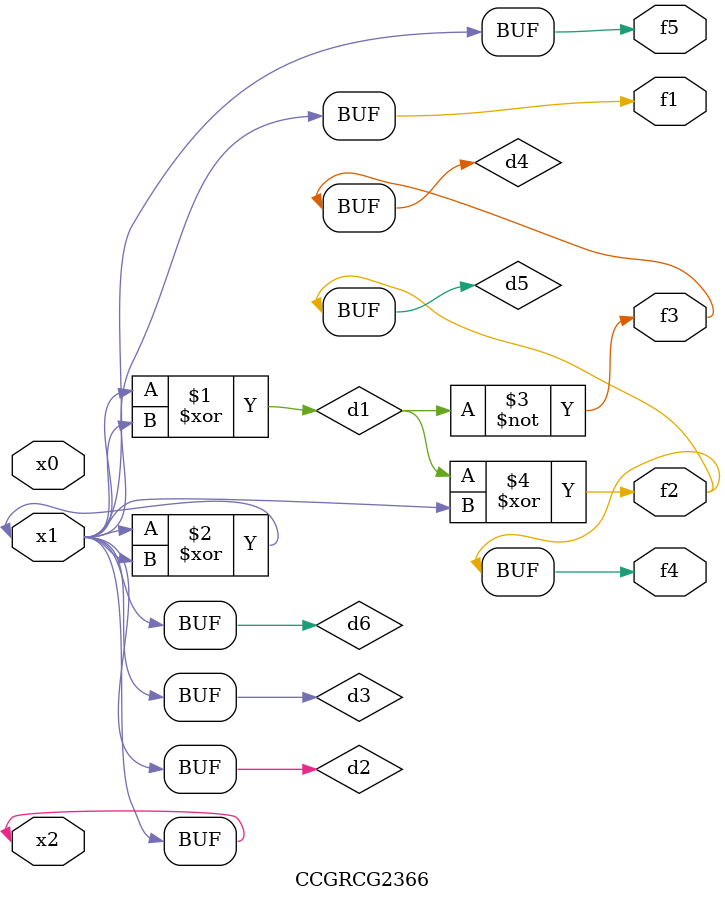
<source format=v>
module CCGRCG2366(
	input x0, x1, x2,
	output f1, f2, f3, f4, f5
);

	wire d1, d2, d3, d4, d5, d6;

	xor (d1, x1, x2);
	buf (d2, x1, x2);
	xor (d3, x1, x2);
	nor (d4, d1);
	xor (d5, d1, d2);
	buf (d6, d2, d3);
	assign f1 = d6;
	assign f2 = d5;
	assign f3 = d4;
	assign f4 = d5;
	assign f5 = d6;
endmodule

</source>
